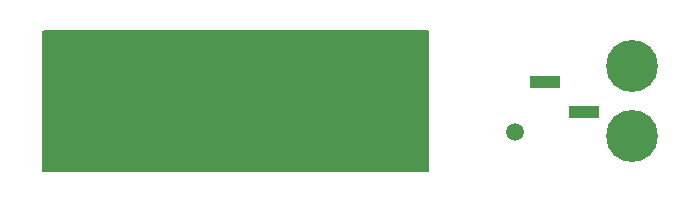
<source format=gbr>
%TF.GenerationSoftware,KiCad,Pcbnew,7.0.10*%
%TF.CreationDate,2024-02-03T21:39:14-08:00*%
%TF.ProjectId,Leak_Detection_PCB,4c65616b-5f44-4657-9465-6374696f6e5f,rev?*%
%TF.SameCoordinates,Original*%
%TF.FileFunction,Soldermask,Top*%
%TF.FilePolarity,Negative*%
%FSLAX46Y46*%
G04 Gerber Fmt 4.6, Leading zero omitted, Abs format (unit mm)*
G04 Created by KiCad (PCBNEW 7.0.10) date 2024-02-03 21:39:14*
%MOMM*%
%LPD*%
G01*
G04 APERTURE LIST*
%ADD10C,1.500000*%
%ADD11C,4.400000*%
%ADD12R,2.510000X1.000000*%
G04 APERTURE END LIST*
D10*
%TO.C,TP1*%
X166370000Y-116840000D03*
%TD*%
D11*
%TO.C,H1*%
X176276000Y-111252000D03*
%TD*%
D12*
%TO.C,J1*%
X172216000Y-115189000D03*
X168906000Y-112649000D03*
%TD*%
D11*
%TO.C,H2*%
X176276000Y-117202000D03*
%TD*%
G36*
X159074039Y-108264685D02*
G01*
X159119794Y-108317489D01*
X159131000Y-108369000D01*
X159131000Y-120121000D01*
X159111315Y-120188039D01*
X159058511Y-120233794D01*
X159007000Y-120245000D01*
X126466469Y-120245000D01*
X126399430Y-120225315D01*
X126353675Y-120172511D01*
X126342469Y-120120802D01*
X126361213Y-108368802D01*
X126381005Y-108301794D01*
X126433882Y-108256124D01*
X126485213Y-108245000D01*
X159007000Y-108245000D01*
X159074039Y-108264685D01*
G37*
M02*

</source>
